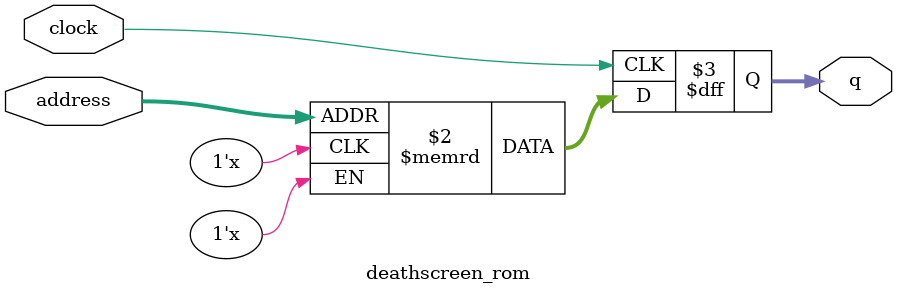
<source format=sv>
module deathscreen_rom (
	input logic clock,
	input logic [18:0] address,
	output logic [3:0] q
);

logic [3:0] memory [0:307199] /* synthesis ram_init_file = "./deathscreen/deathscreen.mif" */;

always_ff @ (posedge clock) begin
	q <= memory[address];
end

endmodule

</source>
